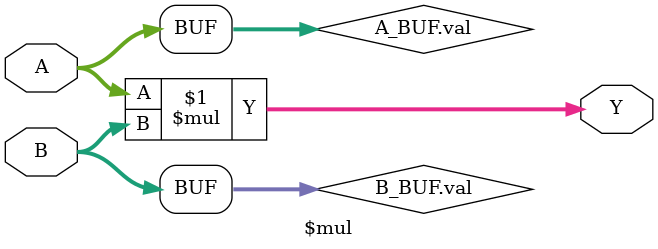
<source format=v>

module \$mul (A, B, Y);

parameter A_SIGNED = 0;
parameter B_SIGNED = 0;
parameter A_WIDTH = 0;
parameter B_WIDTH = 0;
parameter Y_WIDTH = 0;

input [A_WIDTH-1:0] A;
generate if (A_SIGNED) begin:A_BUF
	wire signed [A_WIDTH-1:0] val = A;
end else begin:A_BUF
	wire [A_WIDTH-1:0] val = A;
end endgenerate

input [B_WIDTH-1:0] B;
generate if (B_SIGNED) begin:B_BUF
	wire signed [B_WIDTH-1:0] val = B;
end else begin:B_BUF
	wire [B_WIDTH-1:0] val = B;
end endgenerate

output [Y_WIDTH-1:0] Y;

assign Y = A_BUF.val * B_BUF.val;

endmodule


</source>
